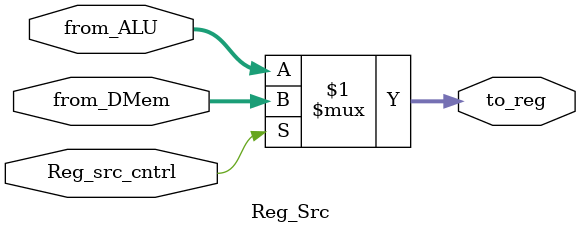
<source format=v>
`timescale 1ps/1ps

module Reg_Src(
    input [7:0] from_ALU,
    input [7:0] from_DMem,
    input Reg_src_cntrl,
    output [7:0] to_reg);

    assign to_reg = Reg_src_cntrl ? from_DMem : from_ALU;

endmodule
</source>
